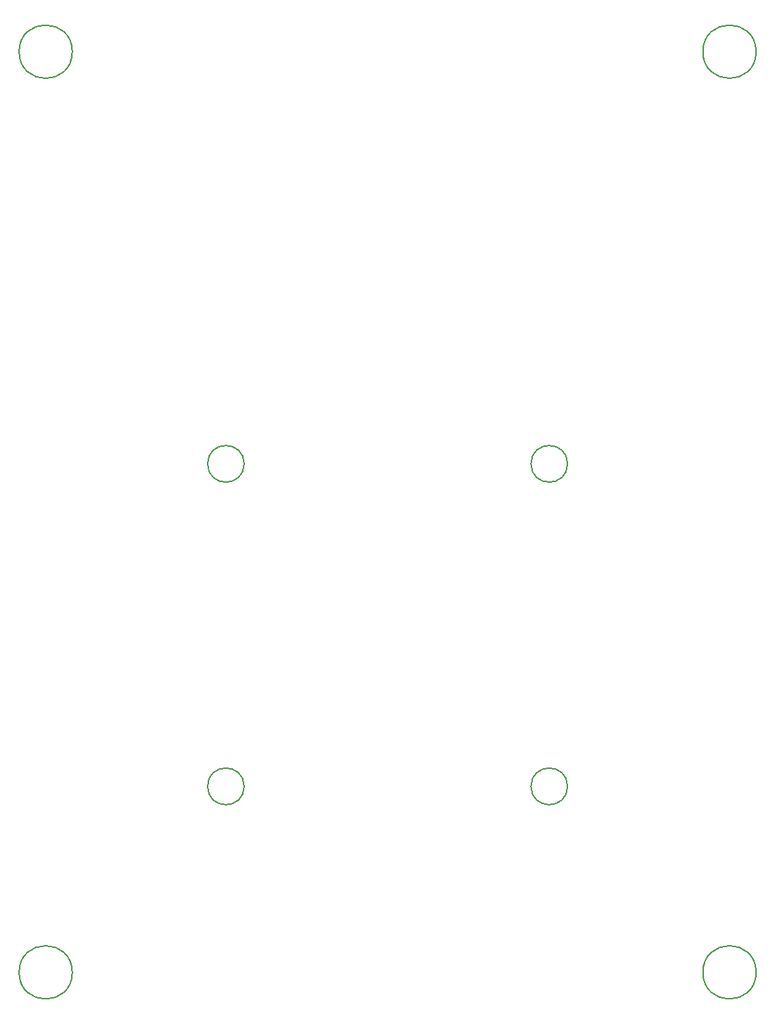
<source format=gbr>
%TF.GenerationSoftware,KiCad,Pcbnew,9.0.0*%
%TF.CreationDate,2025-06-12T15:56:33-06:00*%
%TF.ProjectId,final_macropad,66696e61-6c5f-46d6-9163-726f7061642e,rev?*%
%TF.SameCoordinates,Original*%
%TF.FileFunction,Other,Comment*%
%FSLAX46Y46*%
G04 Gerber Fmt 4.6, Leading zero omitted, Abs format (unit mm)*
G04 Created by KiCad (PCBNEW 9.0.0) date 2025-06-12 15:56:33*
%MOMM*%
%LPD*%
G01*
G04 APERTURE LIST*
%ADD10C,0.150000*%
G04 APERTURE END LIST*
D10*
%TO.C,H3*%
X36200000Y-140052944D02*
G75*
G02*
X29800000Y-140052944I-3200000J0D01*
G01*
X29800000Y-140052944D02*
G75*
G02*
X36200000Y-140052944I3200000J0D01*
G01*
%TO.C,H4*%
X118450000Y-140052944D02*
G75*
G02*
X112050000Y-140052944I-3200000J0D01*
G01*
X112050000Y-140052944D02*
G75*
G02*
X118450000Y-140052944I3200000J0D01*
G01*
%TO.C,H8*%
X95770000Y-117710000D02*
G75*
G02*
X91370000Y-117710000I-2200000J0D01*
G01*
X91370000Y-117710000D02*
G75*
G02*
X95770000Y-117710000I2200000J0D01*
G01*
%TO.C,H5*%
X56870000Y-78960000D02*
G75*
G02*
X52470000Y-78960000I-2200000J0D01*
G01*
X52470000Y-78960000D02*
G75*
G02*
X56870000Y-78960000I2200000J0D01*
G01*
%TO.C,H1*%
X36200000Y-29447056D02*
G75*
G02*
X29800000Y-29447056I-3200000J0D01*
G01*
X29800000Y-29447056D02*
G75*
G02*
X36200000Y-29447056I3200000J0D01*
G01*
%TO.C,H6*%
X56870000Y-117710000D02*
G75*
G02*
X52470000Y-117710000I-2200000J0D01*
G01*
X52470000Y-117710000D02*
G75*
G02*
X56870000Y-117710000I2200000J0D01*
G01*
%TO.C,H7*%
X95770000Y-78960000D02*
G75*
G02*
X91370000Y-78960000I-2200000J0D01*
G01*
X91370000Y-78960000D02*
G75*
G02*
X95770000Y-78960000I2200000J0D01*
G01*
%TO.C,H2*%
X118450000Y-29447056D02*
G75*
G02*
X112050000Y-29447056I-3200000J0D01*
G01*
X112050000Y-29447056D02*
G75*
G02*
X118450000Y-29447056I3200000J0D01*
G01*
%TD*%
M02*

</source>
